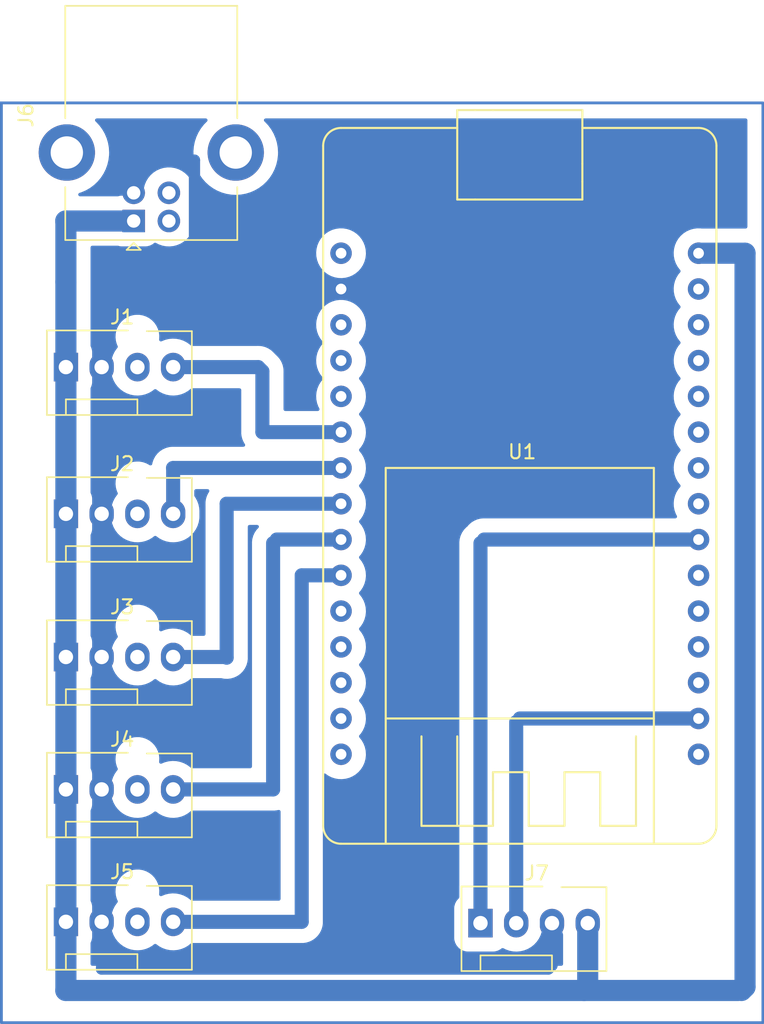
<source format=kicad_pcb>
(kicad_pcb (version 20211014) (generator pcbnew)
  (layers (0 "F.Cu" signal) (31 "B.Cu" signal) (34 "B.Paste" user) (35 "F.Paste" user) (36 "B.SilkS" user "B.Silkscreen") (37 "F.SilkS" user "F.Silkscreen") (38 "B.Mask" user) (39 "F.Mask" user) (44 "Edge.Cuts" user))
  (net 0 "")
  (net 2 "/Digito3")
  (net 11 "/Puntitos")
  (net 13 "/Digito2")
  (net 14 "/Digito1")
  (net 16 "/Digito4")
  (net 19 "+5V")
  (net 20 "GND")
  (net 37 "/SCL")
  (net 38 "/SDA")
  (footprint "DOIT_ESP32:DOIT_ESP32_Devkit" (layer "F.Cu") (at 68.834 27.178)
    (fp_text reference "U1" (at 14.1365 22.987) (layer "F.SilkS"))
    (fp_text value "ESP32-Devkit-V1")
    (fp_line (start 9.525 5.08) (end 10.795 5.08) (layer "F.SilkS") (width 0.15))
    (fp_line (start 0 49.53) (end 0 1.27) (layer "F.SilkS") (width 0.15))
    (fp_line (start 10.795 -1.27) (end 9.525 -1.27) (layer "F.SilkS") (width 0.15))
    (fp_line (start 6.985 43.18) (end 6.985 49.53) (layer "F.SilkS") (width 0.15))
    (fp_line (start 12.065 49.53) (end 12.065 46.99) (layer "F.SilkS") (width 0.15))
    (fp_line (start 18.415 3.81) (end 18.415 2.54) (layer "F.SilkS") (width 0.15))
    (fp_line (start 23.495 41.91) (end 4.445 41.91) (layer "F.SilkS") (width 0.15))
    (fp_line (start 6.985 49.53) (end 9.525 49.53) (layer "F.SilkS") (width 0.15))
    (fp_line (start 18.415 0) (end 26.67 0) (layer "F.SilkS") (width 0.15))
    (fp_line (start 14.605 49.53) (end 17.145 49.53) (layer "F.SilkS") (width 0.15))
    (fp_line (start 12.065 -1.27) (end 18.415 -1.27) (layer "F.SilkS") (width 0.15))
    (fp_line (start 19.685 48.26) (end 19.685 49.53) (layer "F.SilkS") (width 0.15))
    (fp_line (start 17.145 49.53) (end 17.145 45.72) (layer "F.SilkS") (width 0.15))
    (fp_line (start 12.065 -1.27) (end 10.795 -1.27) (layer "F.SilkS") (width 0.15))
    (fp_line (start 18.415 3.81) (end 18.415 5.08) (layer "F.SilkS") (width 0.15))
    (fp_line (start 14.605 45.72) (end 14.605 49.53) (layer "F.SilkS") (width 0.15))
    (fp_line (start 12.065 45.72) (end 14.605 45.72) (layer "F.SilkS") (width 0.15))
    (fp_line (start 9.525 49.53) (end 9.525 43.18) (layer "F.SilkS") (width 0.15))
    (fp_line (start 19.685 49.53) (end 22.225 49.53) (layer "F.SilkS") (width 0.15))
    (fp_line (start 4.445 50.8) (end 4.445 24.13) (layer "F.SilkS") (width 0.15))
    (fp_line (start 27.94 1.27) (end 27.94 49.53) (layer "F.SilkS") (width 0.15))
    (fp_line (start 23.495 24.13) (end 23.495 50.8) (layer "F.SilkS") (width 0.15))
    (fp_line (start 9.525 49.53) (end 12.065 49.53) (layer "F.SilkS") (width 0.15))
    (fp_line (start 1.27 50.8) (end 26.67 50.8) (layer "F.SilkS") (width 0.15))
    (fp_line (start 9.525 -1.27) (end 9.525 5.08) (layer "F.SilkS") (width 0.15))
    (fp_line (start 17.145 45.72) (end 19.685 45.72) (layer "F.SilkS") (width 0.15))
    (fp_line (start 19.685 45.72) (end 19.685 48.26) (layer "F.SilkS") (width 0.15))
    (fp_line (start 4.445 24.13) (end 23.495 24.13) (layer "F.SilkS") (width 0.15))
    (fp_line (start 22.225 49.53) (end 22.225 43.18) (layer "F.SilkS") (width 0.15))
    (fp_line (start 9.525 0) (end 1.27 0) (layer "F.SilkS") (width 0.15))
    (fp_line (start 18.415 5.08) (end 10.795 5.08) (layer "F.SilkS") (width 0.15))
    (fp_line (start 12.065 46.99) (end 12.065 45.72) (layer "F.SilkS") (width 0.15))
    (fp_line (start 18.415 -1.27) (end 18.415 2.54) (layer "F.SilkS") (width 0.15))
    (fp_arc (start 0 1.27) (mid 0.371974 0.371974) (end 1.27 0) (layer "F.SilkS") (width 0.15))
    (fp_arc (start 26.67 0) (mid 27.568026 0.371974) (end 27.94 1.27) (layer "F.SilkS") (width 0.15))
    (fp_arc (start 27.94 49.53) (mid 27.568026 50.428026) (end 26.67 50.8) (layer "F.SilkS") (width 0.15))
    (fp_arc (start 1.27 50.8) (mid 0.371974 50.428026) (end 0 49.53) (layer "F.SilkS") (width 0.15))
    (pad "1" thru_hole circle locked (at 26.67 8.89) (size 1.524 1.524) (drill 0.762) (layers *.Cu *.Mask) (net 19 "+5V"))
    (pad "2" thru_hole circle locked (at 26.67 11.43) (size 1.524 1.524) (drill 0.762) (layers *.Cu *.Mask))
    (pad "3" thru_hole circle locked (at 26.67 13.97) (size 1.524 1.524) (drill 0.762) (layers *.Cu *.Mask))
    (pad "4" thru_hole circle locked (at 26.67 16.51) (size 1.524 1.524) (drill 0.762) (layers *.Cu *.Mask))
    (pad "5" thru_hole circle locked (at 26.67 19.05) (size 1.524 1.524) (drill 0.762) (layers *.Cu *.Mask))
    (pad "6" thru_hole circle locked (at 26.67 21.59) (size 1.524 1.524) (drill 0.762) (layers *.Cu *.Mask))
    (pad "7" thru_hole circle locked (at 26.67 24.13) (size 1.524 1.524) (drill 0.762) (layers *.Cu *.Mask))
    (pad "8" thru_hole circle locked (at 26.67 26.67) (size 1.524 1.524) (drill 0.762) (layers *.Cu *.Mask))
    (pad "9" thru_hole circle locked (at 26.67 29.21) (size 1.524 1.524) (drill 0.762) (layers *.Cu *.Mask) (net 38 "/SDA"))
    (pad "10" thru_hole circle locked (at 26.67 31.75) (size 1.524 1.524) (drill 0.762) (layers *.Cu *.Mask))
    (pad "11" thru_hole circle locked (at 26.67 34.29) (size 1.524 1.524) (drill 0.762) (layers *.Cu *.Mask))
    (pad "12" thru_hole circle locked (at 26.67 36.83) (size 1.524 1.524) (drill 0.762) (layers *.Cu *.Mask))
    (pad "13" thru_hole circle locked (at 26.67 39.37) (size 1.524 1.524) (drill 0.762) (layers *.Cu *.Mask))
    (pad "14" thru_hole circle locked (at 26.67 41.91) (size 1.524 1.524) (drill 0.762) (layers *.Cu *.Mask) (net 37 "/SCL"))
    (pad "15" thru_hole circle locked (at 26.67 44.45) (size 1.524 1.524) (drill 0.762) (layers *.Cu *.Mask))
    (pad "16" thru_hole circle locked (at 1.27 44.45) (size 1.524 1.524) (drill 0.762) (layers *.Cu *.Mask))
    (pad "17" thru_hole circle locked (at 1.27 41.91) (size 1.524 1.524) (drill 0.762) (layers *.Cu *.Mask))
    (pad "18" thru_hole circle locked (at 1.27 39.37) (size 1.524 1.524) (drill 0.762) (layers *.Cu *.Mask))
    (pad "19" thru_hole circle locked (at 1.27 36.83) (size 1.524 1.524) (drill 0.762) (layers *.Cu *.Mask))
    (pad "20" thru_hole circle locked (at 1.27 34.29) (size 1.524 1.524) (drill 0.762) (layers *.Cu *.Mask))
    (pad "21" thru_hole circle locked (at 1.27 31.75) (size 1.524 1.524) (drill 0.762) (layers *.Cu *.Mask) (net 11 "/Puntitos"))
    (pad "22" thru_hole circle locked (at 1.27 29.21) (size 1.524 1.524) (drill 0.762) (layers *.Cu *.Mask) (net 16 "/Digito4"))
    (pad "23" thru_hole circle locked (at 1.27 26.67) (size 1.524 1.524) (drill 0.762) (layers *.Cu *.Mask) (net 2 "/Digito3"))
    (pad "24" thru_hole circle locked (at 1.27 24.13) (size 1.524 1.524) (drill 0.762) (layers *.Cu *.Mask) (net 13 "/Digito2"))
    (pad "25" thru_hole circle locked (at 1.27 21.59) (size 1.524 1.524) (drill 0.762) (layers *.Cu *.Mask) (net 14 "/Digito1"))
    (pad "26" thru_hole circle locked (at 1.27 19.05) (size 1.524 1.524) (drill 0.762) (layers *.Cu *.Mask))
    (pad "27" thru_hole circle locked (at 1.27 16.51) (size 1.524 1.524) (drill 0.762) (layers *.Cu *.Mask))
    (pad "28" thru_hole circle locked (at 1.27 13.97) (size 1.524 1.524) (drill 0.762) (layers *.Cu *.Mask))
    (pad "29" thru_hole circle locked (at 1.27 11.43) (size 1.524 1.524) (drill 0.762) (layers *.Cu *.Mask) (net 20 "GND"))
    (pad "30" thru_hole circle locked (at 1.27 8.89) (size 1.524 1.524) (drill 0.762) (layers *.Cu *.Mask))
  )
  (footprint "Connector:FanPinHeader_1x04_P2.54mm_Vertical" (layer "F.Cu") (at 50.556 64.724)
    (fp_text reference "J3" (at 4 -3.55) (layer "F.SilkS"))
    (fp_text value "Conn_01x04_Male")
    (fp_line (start -1.35 -2.6) (end 4.4 -2.6) (layer "F.SilkS") (width 0.12))
    (fp_line (start -1.35 3.4) (end -1.35 -2.6) (layer "F.SilkS") (width 0.12))
    (fp_line (start 5.08 2.29) (end 5.08 3.3) (layer "F.SilkS") (width 0.12))
    (fp_line (start 0 2.29) (end 5.08 2.29) (layer "F.SilkS") (width 0.12))
    (fp_line (start 5.75 -2.55) (end 8.95 -2.55) (layer "F.SilkS") (width 0.12))
    (fp_line (start 8.95 -2.55) (end 8.95 3.4) (layer "F.SilkS") (width 0.12))
    (fp_line (start 8.95 3.4) (end -1.35 3.4) (layer "F.SilkS") (width 0.12))
    (fp_line (start 0 3.3) (end 0 2.29) (layer "F.SilkS") (width 0.12))
    (pad "" np_thru_hole circle (at 5.08 -2.16 90) (size 1.1 1.1) (drill 1.1) (layers *.Cu *.Mask))
    (pad "1" thru_hole rect (at 0 0 90) (size 2.03 1.73) (drill 1.02) (layers *.Cu *.Mask) (net 19 "+5V"))
    (pad "2" thru_hole oval (at 2.54 0 90) (size 2.03 1.73) (drill 1.02) (layers *.Cu *.Mask) (net 20 "GND"))
    (pad "3" thru_hole oval (at 5.08 0 90) (size 2.03 1.73) (drill 1.02) (layers *.Cu *.Mask))
    (pad "4" thru_hole oval (at 7.62 0 90) (size 2.03 1.73) (drill 1.02) (layers *.Cu *.Mask) (net 2 "/Digito3"))
  )
  (footprint "Connector:FanPinHeader_1x04_P2.54mm_Vertical" (layer "F.Cu") (at 50.556 83.52)
    (fp_text reference "J5" (at 4 -3.55) (layer "F.SilkS"))
    (fp_text value "Conn_01x04_Male")
    (fp_line (start 0 3.3) (end 0 2.29) (layer "F.SilkS") (width 0.12))
    (fp_line (start -1.35 -2.6) (end 4.4 -2.6) (layer "F.SilkS") (width 0.12))
    (fp_line (start -1.35 3.4) (end -1.35 -2.6) (layer "F.SilkS") (width 0.12))
    (fp_line (start 5.75 -2.55) (end 8.95 -2.55) (layer "F.SilkS") (width 0.12))
    (fp_line (start 8.95 3.4) (end -1.35 3.4) (layer "F.SilkS") (width 0.12))
    (fp_line (start 5.08 2.29) (end 5.08 3.3) (layer "F.SilkS") (width 0.12))
    (fp_line (start 8.95 -2.55) (end 8.95 3.4) (layer "F.SilkS") (width 0.12))
    (fp_line (start 0 2.29) (end 5.08 2.29) (layer "F.SilkS") (width 0.12))
    (pad "" np_thru_hole circle (at 5.08 -2.16 90) (size 1.1 1.1) (drill 1.1) (layers *.Cu *.Mask))
    (pad "1" thru_hole rect (at 0 0 90) (size 2.03 1.73) (drill 1.02) (layers *.Cu *.Mask) (net 19 "+5V"))
    (pad "2" thru_hole oval (at 2.54 0 90) (size 2.03 1.73) (drill 1.02) (layers *.Cu *.Mask) (net 20 "GND"))
    (pad "3" thru_hole oval (at 5.08 0 90) (size 2.03 1.73) (drill 1.02) (layers *.Cu *.Mask))
    (pad "4" thru_hole oval (at 7.62 0 90) (size 2.03 1.73) (drill 1.02) (layers *.Cu *.Mask) (net 11 "/Puntitos"))
  )
  (footprint "Connector:FanPinHeader_1x04_P2.54mm_Vertical" (layer "F.Cu") (at 50.556 74.122)
    (fp_text reference "J4" (at 4 -3.55) (layer "F.SilkS"))
    (fp_text value "Conn_01x04_Male")
    (fp_line (start 8.95 -2.55) (end 8.95 3.4) (layer "F.SilkS") (width 0.12))
    (fp_line (start -1.35 -2.6) (end 4.4 -2.6) (layer "F.SilkS") (width 0.12))
    (fp_line (start 5.75 -2.55) (end 8.95 -2.55) (layer "F.SilkS") (width 0.12))
    (fp_line (start 8.95 3.4) (end -1.35 3.4) (layer "F.SilkS") (width 0.12))
    (fp_line (start 0 2.29) (end 5.08 2.29) (layer "F.SilkS") (width 0.12))
    (fp_line (start 5.08 2.29) (end 5.08 3.3) (layer "F.SilkS") (width 0.12))
    (fp_line (start 0 3.3) (end 0 2.29) (layer "F.SilkS") (width 0.12))
    (fp_line (start -1.35 3.4) (end -1.35 -2.6) (layer "F.SilkS") (width 0.12))
    (pad "" np_thru_hole circle (at 5.08 -2.16 90) (size 1.1 1.1) (drill 1.1) (layers *.Cu *.Mask))
    (pad "1" thru_hole rect (at 0 0 90) (size 2.03 1.73) (drill 1.02) (layers *.Cu *.Mask) (net 19 "+5V"))
    (pad "2" thru_hole oval (at 2.54 0 90) (size 2.03 1.73) (drill 1.02) (layers *.Cu *.Mask) (net 20 "GND"))
    (pad "3" thru_hole oval (at 5.08 0 90) (size 2.03 1.73) (drill 1.02) (layers *.Cu *.Mask))
    (pad "4" thru_hole oval (at 7.62 0 90) (size 2.03 1.73) (drill 1.02) (layers *.Cu *.Mask) (net 16 "/Digito4"))
  )
  (footprint "Connector:FanPinHeader_1x04_P2.54mm_Vertical" (layer "F.Cu") (at 80.01 83.612)
    (fp_text reference "J7" (at 4 -3.55) (layer "F.SilkS"))
    (fp_text value "Conn_01x04_Male")
    (fp_line (start 0 3.3) (end 0 2.29) (layer "F.SilkS") (width 0.12))
    (fp_line (start 0 2.29) (end 5.08 2.29) (layer "F.SilkS") (width 0.12))
    (fp_line (start -1.35 3.4) (end -1.35 -2.6) (layer "F.SilkS") (width 0.12))
    (fp_line (start -1.35 -2.6) (end 4.4 -2.6) (layer "F.SilkS") (width 0.12))
    (fp_line (start 5.08 2.29) (end 5.08 3.3) (layer "F.SilkS") (width 0.12))
    (fp_line (start 8.95 -2.55) (end 8.95 3.4) (layer "F.SilkS") (width 0.12))
    (fp_line (start 5.75 -2.55) (end 8.95 -2.55) (layer "F.SilkS") (width 0.12))
    (fp_line (start 8.95 3.4) (end -1.35 3.4) (layer "F.SilkS") (width 0.12))
    (pad "" np_thru_hole circle (at 5.08 -2.16 90) (size 1.1 1.1) (drill 1.1) (layers *.Cu *.Mask))
    (pad "1" thru_hole rect (at 0 0 90) (size 2.03 1.73) (drill 1.02) (layers *.Cu *.Mask) (net 38 "/SDA"))
    (pad "2" thru_hole oval (at 2.54 0 90) (size 2.03 1.73) (drill 1.02) (layers *.Cu *.Mask) (net 37 "/SCL"))
    (pad "3" thru_hole oval (at 5.08 0 90) (size 2.03 1.73) (drill 1.02) (layers *.Cu *.Mask) (net 20 "GND"))
    (pad "4" thru_hole oval (at 7.62 0 90) (size 2.03 1.73) (drill 1.02) (layers *.Cu *.Mask) (net 19 "+5V"))
  )
  (footprint "Connector:FanPinHeader_1x04_P2.54mm_Vertical" (layer "F.Cu") (at 50.556 44.15)
    (fp_text reference "J1" (at 4 -3.55) (layer "F.SilkS"))
    (fp_text value "Conn_01x04_Male")
    (fp_line (start 0 3.3) (end 0 2.29) (layer "F.SilkS") (width 0.12))
    (fp_line (start -1.35 3.4) (end -1.35 -2.6) (layer "F.SilkS") (width 0.12))
    (fp_line (start 5.75 -2.55) (end 8.95 -2.55) (layer "F.SilkS") (width 0.12))
    (fp_line (start -1.35 -2.6) (end 4.4 -2.6) (layer "F.SilkS") (width 0.12))
    (fp_line (start 8.95 3.4) (end -1.35 3.4) (layer "F.SilkS") (width 0.12))
    (fp_line (start 8.95 -2.55) (end 8.95 3.4) (layer "F.SilkS") (width 0.12))
    (fp_line (start 5.08 2.29) (end 5.08 3.3) (layer "F.SilkS") (width 0.12))
    (fp_line (start 0 2.29) (end 5.08 2.29) (layer "F.SilkS") (width 0.12))
    (pad "" np_thru_hole circle (at 5.08 -2.16 90) (size 1.1 1.1) (drill 1.1) (layers *.Cu *.Mask))
    (pad "1" thru_hole rect (at 0 0 90) (size 2.03 1.73) (drill 1.02) (layers *.Cu *.Mask) (net 19 "+5V"))
    (pad "2" thru_hole oval (at 2.54 0 90) (size 2.03 1.73) (drill 1.02) (layers *.Cu *.Mask) (net 20 "GND"))
    (pad "3" thru_hole oval (at 5.08 0 90) (size 2.03 1.73) (drill 1.02) (layers *.Cu *.Mask))
    (pad "4" thru_hole oval (at 7.62 0 90) (size 2.03 1.73) (drill 1.02) (layers *.Cu *.Mask) (net 14 "/Digito1"))
  )
  (footprint "Connector_USB:USB_B_Lumberg_2411_02_Horizontal" (layer "F.Cu") (at 55.372 33.782 90)
    (fp_text reference "J6" (at 7.5 -7.65 90) (layer "F.SilkS"))
    (fp_text value "USB_B")
    (fp_line (start -1.35 7.36) (end -1.35 -4.86) (layer "F.SilkS") (width 0.12))
    (fp_line (start 15.27 7.36) (end 15.27 -4.86) (layer "F.SilkS") (width 0.12))
    (fp_line (start -1.35 -4.86) (end 2.4 -4.86) (layer "F.SilkS") (width 0.12))
    (fp_line (start 15.27 -4.86) (end 7.3 -4.86) (layer "F.SilkS") (width 0.12))
    (fp_line (start 15.27 7.36) (end 7.3 7.36) (layer "F.SilkS") (width 0.12))
    (fp_line (start -2.05 0.5) (end -1.55 0) (layer "F.SilkS") (width 0.12))
    (fp_line (start -1.55 0) (end -2.05 -0.5) (layer "F.SilkS") (width 0.12))
    (fp_line (start -1.35 7.36) (end 2.4 7.36) (layer "F.SilkS") (width 0.12))
    (fp_line (start -2.05 -0.5) (end -2.05 0.5) (layer "F.SilkS") (width 0.12))
    (pad "1" thru_hole rect (at 0 0 180) (size 1.6 1.6) (drill 0.95) (layers *.Cu *.Mask) (net 19 "+5V"))
    (pad "2" thru_hole circle (at 0 2.5 180) (size 1.6 1.6) (drill 0.95) (layers *.Cu *.Mask))
    (pad "3" thru_hole circle (at 2 2.5 180) (size 1.6 1.6) (drill 0.95) (layers *.Cu *.Mask))
    (pad "4" thru_hole circle (at 2 0 180) (size 1.6 1.6) (drill 0.95) (layers *.Cu *.Mask) (net 20 "GND"))
    (pad "5" thru_hole circle (at 4.86 7.25 180) (size 4 4) (drill 2.3) (layers *.Cu *.Mask))
    (pad "5" thru_hole circle (at 4.86 -4.75 180) (size 4 4) (drill 2.3) (layers *.Cu *.Mask))
  )
  (footprint "Connector:FanPinHeader_1x04_P2.54mm_Vertical" (layer "F.Cu") (at 50.556 54.564)
    (fp_text reference "J2" (at 4 -3.55) (layer "F.SilkS"))
    (fp_text value "Conn_01x04_Male")
    (fp_line (start 8.95 -2.55) (end 8.95 3.4) (layer "F.SilkS") (width 0.12))
    (fp_line (start -1.35 3.4) (end -1.35 -2.6) (layer "F.SilkS") (width 0.12))
    (fp_line (start 0 2.29) (end 5.08 2.29) (layer "F.SilkS") (width 0.12))
    (fp_line (start 5.75 -2.55) (end 8.95 -2.55) (layer "F.SilkS") (width 0.12))
    (fp_line (start -1.35 -2.6) (end 4.4 -2.6) (layer "F.SilkS") (width 0.12))
    (fp_line (start 0 3.3) (end 0 2.29) (layer "F.SilkS") (width 0.12))
    (fp_line (start 5.08 2.29) (end 5.08 3.3) (layer "F.SilkS") (width 0.12))
    (fp_line (start 8.95 3.4) (end -1.35 3.4) (layer "F.SilkS") (width 0.12))
    (pad "" np_thru_hole circle (at 5.08 -2.16 90) (size 1.1 1.1) (drill 1.1) (layers *.Cu *.Mask))
    (pad "1" thru_hole rect (at 0 0 90) (size 2.03 1.73) (drill 1.02) (layers *.Cu *.Mask) (net 19 "+5V"))
    (pad "2" thru_hole oval (at 2.54 0 90) (size 2.03 1.73) (drill 1.02) (layers *.Cu *.Mask) (net 20 "GND"))
    (pad "3" thru_hole oval (at 5.08 0 90) (size 2.03 1.73) (drill 1.02) (layers *.Cu *.Mask))
    (pad "4" thru_hole oval (at 7.62 0 90) (size 2.03 1.73) (drill 1.02) (layers *.Cu *.Mask) (net 13 "/Digito2"))
  )
  (gr_rect (start 45.974 25.4) (end 100.076 90.678) (layer "B.Cu") (width 0.2) (fill none))
  (segment (start 61.976 64.77) (end 61.93 64.724) (width 1) (layer "B.Cu") (net 2))
  (segment (start 61.976 53.848) (end 70.104 53.848) (width 1) (layer "B.Cu") (net 2))
  (segment (start 61.976 64.77) (end 61.976 53.848) (width 1) (layer "B.Cu") (net 2))
  (segment (start 61.93 64.724) (end 58.176 64.724) (width 1) (layer "B.Cu") (net 2))
  (segment (start 67.31 58.928) (end 70.104 58.928) (width 1) (layer "B.Cu") (net 11))
  (segment (start 58.176 83.52) (end 67.31 83.52) (width 1) (layer "B.Cu") (net 11))
  (segment (start 67.31 83.52) (end 67.31 58.928) (width 1) (layer "B.Cu") (net 11))
  (segment (start 58.166 51.308) (end 70.104 51.308) (width 1) (layer "B.Cu") (net 13))
  (segment (start 58.176 54.564) (end 58.176 51.318) (width 1) (layer "B.Cu") (net 13))
  (segment (start 58.176 51.318) (end 58.166 51.308) (width 0.8) (layer "B.Cu") (net 13))
  (segment (start 64.516 48.768) (end 70.104 48.768) (width 1) (layer "B.Cu") (net 14))
  (segment (start 64.216 44.15) (end 64.516 44.45) (width 1) (layer "B.Cu") (net 14))
  (segment (start 64.516 44.45) (end 64.516 48.768) (width 1) (layer "B.Cu") (net 14))
  (segment (start 58.176 44.15) (end 64.216 44.15) (width 1) (layer "B.Cu") (net 14))
  (segment (start 58.176 74.122) (end 65.278 74.122) (width 1) (layer "B.Cu") (net 16))
  (segment (start 65.278 56.642) (end 65.532 56.388) (width 0.8) (layer "B.Cu") (net 16))
  (segment (start 65.278 74.122) (end 65.278 56.642) (width 1) (layer "B.Cu") (net 16))
  (segment (start 65.532 56.388) (end 70.104 56.388) (width 1) (layer "B.Cu") (net 16))
  (segment (start 50.556 64.724) (end 50.556 54.564) (width 1.5) (layer "B.Cu") (net 19))
  (segment (start 98.806 36.068) (end 95.504 36.068) (width 1.5) (layer "B.Cu") (net 19))
  (segment (start 50.556 83.52) (end 50.556 88.382) (width 1.5) (layer "B.Cu") (net 19))
  (segment (start 98.552 88.392) (end 98.298 88.392) (width 0.8) (layer "B.Cu") (net 19))
  (segment (start 98.552 88.392) (end 98.806 88.138) (width 1.5) (layer "B.Cu") (net 19))
  (segment (start 87.376 88.392) (end 87.63 88.138) (width 0.8) (layer "B.Cu") (net 19))
  (segment (start 50.556 44.15) (end 50.556 38.11) (width 1.5) (layer "B.Cu") (net 19))
  (segment (start 98.806 88.138) (end 98.806 36.068) (width 1.5) (layer "B.Cu") (net 19))
  (segment (start 50.546 88.392) (end 87.376 88.392) (width 1.5) (layer "B.Cu") (net 19))
  (segment (start 50.556 64.724) (end 50.556 74.122) (width 1.5) (layer "B.Cu") (net 19))
  (segment (start 50.556 44.15) (end 50.556 54.564) (width 1.5) (layer "B.Cu") (net 19))
  (segment (start 50.556 88.382) (end 50.546 88.392) (width 0.8) (layer "B.Cu") (net 19))
  (segment (start 50.556 33.792) (end 50.546 33.782) (width 1.5) (layer "B.Cu") (net 19))
  (segment (start 50.556 38.11) (end 50.566 38.1) (width 0.8) (layer "B.Cu") (net 19))
  (segment (start 50.546 33.782) (end 55.372 33.782) (width 1.5) (layer "B.Cu") (net 19))
  (segment (start 50.556 38.11) (end 50.556 33.792) (width 1.5) (layer "B.Cu") (net 19))
  (segment (start 50.556 74.122) (end 50.556 83.52) (width 1.5) (layer "B.Cu") (net 19))
  (segment (start 98.298 88.392) (end 87.376 88.392) (width 1.5) (layer "B.Cu") (net 19))
  (segment (start 87.63 88.138) (end 87.63 83.612) (width 1.5) (layer "B.Cu") (net 19))
  (segment (start 84.836 86.868) (end 85.09 86.614) (width 0.8) (layer "B.Cu") (net 20))
  (segment (start 59.69 39.624) (end 53.096 39.624) (width 0.8) (layer "B.Cu") (net 20))
  (segment (start 53.096 64.724) (end 53.096 74.122) (width 0.8) (layer "B.Cu") (net 20))
  (segment (start 53.096 44.15) (end 53.096 54.564) (width 0.8) (layer "B.Cu") (net 20))
  (segment (start 53.096 83.52) (end 53.096 86.858) (width 0.8) (layer "B.Cu") (net 20))
  (segment (start 59.69 29.464) (end 59.69 39.624) (width 0.8) (layer "B.Cu") (net 20))
  (segment (start 55.372 29.464) (end 59.69 29.464) (width 0.8) (layer "B.Cu") (net 20))
  (segment (start 53.096 86.858) (end 53.086 86.868) (width 0.8) (layer "B.Cu") (net 20))
  (segment (start 53.096 54.564) (end 53.096 64.724) (width 0.8) (layer "B.Cu") (net 20))
  (segment (start 53.086 86.868) (end 84.836 86.868) (width 0.8) (layer "B.Cu") (net 20))
  (segment (start 53.096 39.624) (end 53.096 44.15) (width 0.8) (layer "B.Cu") (net 20))
  (segment (start 85.09 86.614) (end 85.09 83.612) (width 0.8) (layer "B.Cu") (net 20))
  (segment (start 53.096 83.52) (end 53.096 74.122) (width 0.8) (layer "B.Cu") (net 20))
  (segment (start 82.55 83.612) (end 82.55 69.342) (width 1) (layer "B.Cu") (net 37))
  (segment (start 95.504 69.088) (end 82.804 69.088) (width 1) (layer "B.Cu") (net 37))
  (segment (start 80.264 56.388) (end 95.504 56.388) (width 1) (layer "B.Cu") (net 38))
  (segment (start 80.01 83.612) (end 80.01 56.642) (width 1) (layer "B.Cu") (net 38))
  (segment (start 80.01 56.642) (end 80.264 56.388) (width 0.8) (layer "B.Cu") (net 38))
  (zone (net 20) (net_name "GND") (layer "B.Cu") (connect_pads yes (clearance 1)) (min_thickness 0.254) (fill yes (thermal_gap 0.508) (thermal_bridge_width 0.508))
    (polygon (pts (xy 100.076 90.678) (xy 45.974 90.678) (xy 45.974 25.654) (xy 100.076 25.654)))
  )
)
</source>
